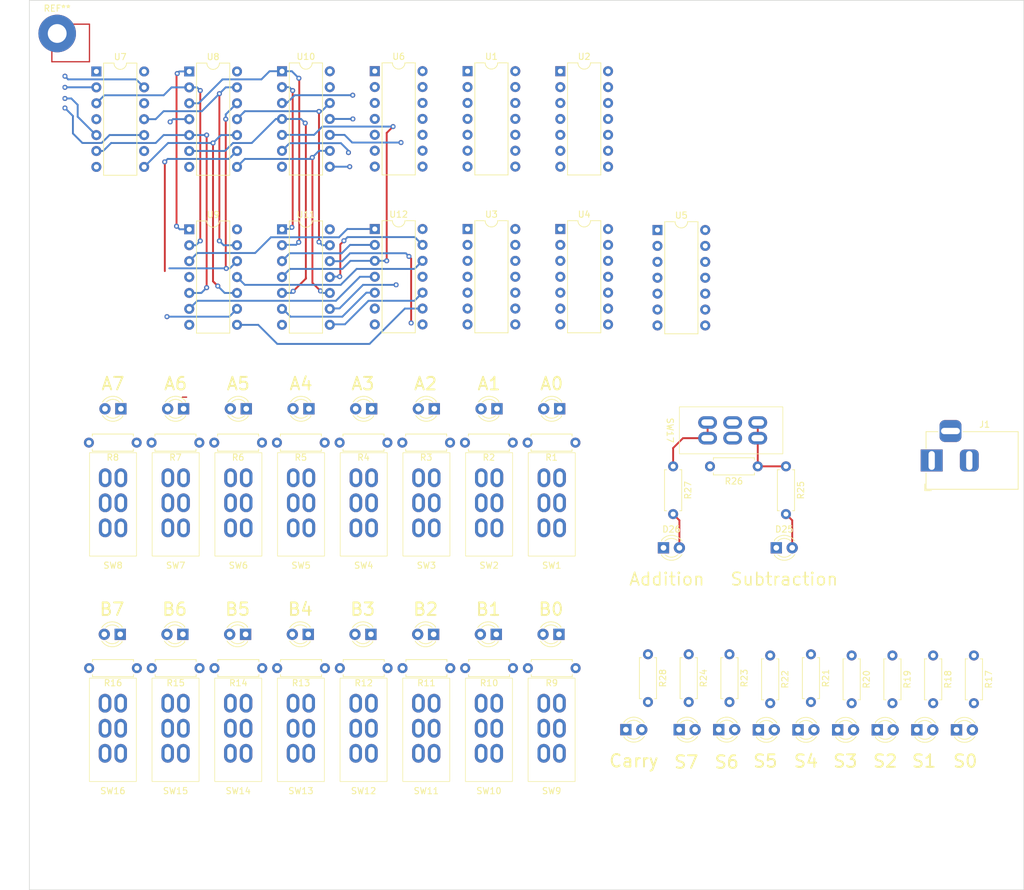
<source format=kicad_pcb>
(kicad_pcb (version 20240108) (generator "pcbnew") (generator_version "8.0")
  (layers (0 "F.Cu" signal) (31 "B.Cu" signal) (34 "B.Paste" user) (35 "F.Paste" user) (36 "B.SilkS" user "B.Silkscreen") (37 "F.SilkS" user "F.Silkscreen") (38 "B.Mask" user) (39 "F.Mask" user) (44 "Edge.Cuts" user))
  (net 0 "")
  (net 1 "GND")
  (net 2 "Net-(D1-A)")
  (net 3 "Net-(D2-A)")
  (net 4 "Net-(D3-A)")
  (net 5 "Net-(D4-A)")
  (net 6 "Net-(D5-A)")
  (net 7 "Net-(D6-A)")
  (net 8 "Net-(D7-A)")
  (net 9 "Net-(D8-A)")
  (net 10 "Net-(D9-A)")
  (net 11 "Net-(D10-A)")
  (net 12 "Net-(D11-A)")
  (net 13 "Net-(D12-A)")
  (net 14 "Net-(D13-A)")
  (net 15 "Net-(D14-A)")
  (net 16 "Net-(D15-A)")
  (net 17 "Net-(D16-A)")
  (net 18 "Net-(D17-A)")
  (net 19 "Net-(D18-A)")
  (net 20 "Net-(D19-A)")
  (net 21 "Net-(D20-A)")
  (net 22 "Net-(D21-A)")
  (net 23 "Net-(D22-A)")
  (net 24 "Net-(D23-A)")
  (net 25 "Net-(D24-A)")
  (net 26 "Net-(D25-A)")
  (net 27 "Net-(D26-A)")
  (net 28 "Net-(D27-A)")
  (net 29 "VCC")
  (net 30 "A0")
  (net 31 "A1")
  (net 32 "A2")
  (net 33 "A3")
  (net 34 "A4")
  (net 35 "A5")
  (net 36 "A6")
  (net 37 "A7")
  (net 38 "B0")
  (net 39 "B1")
  (net 40 "B2")
  (net 41 "B3")
  (net 42 "B4")
  (net 43 "B5")
  (net 44 "B6")
  (net 45 "B7")
  (net 46 "S0")
  (net 47 "S1")
  (net 48 "S2")
  (net 49 "S3")
  (net 50 "S4")
  (net 51 "S5")
  (net 52 "S6")
  (net 53 "S7")
  (net 54 "SL")
  (net 55 "Net-(SW17A-A)")
  (net 56 "Cout7")
  (net 57 "Net-(U1-Pad2)")
  (net 58 "Net-(U1-Pad3)")
  (net 59 "Net-(U1-Pad5)")
  (net 60 "Net-(U1-Pad6)")
  (net 61 "Net-(U1-Pad8)")
  (net 62 "Net-(U1-Pad10)")
  (net 63 "Net-(U1-Pad11)")
  (net 64 "Net-(U1-Pad13)")
  (net 65 "Cin1")
  (net 66 "Cin2")
  (net 67 "Cin3")
  (net 68 "Net-(U3-Pad3)")
  (net 69 "Net-(U3-Pad6)")
  (net 70 "Net-(U3-Pad8)")
  (net 71 "Net-(U3-Pad11)")
  (net 72 "Net-(U4-Pad3)")
  (net 73 "Net-(U4-Pad6)")
  (net 74 "Net-(U4-Pad8)")
  (net 75 "Net-(U4-Pad11)")
  (net 76 "Cin4")
  (net 77 "Net-(U7-Pad3)")
  (net 78 "Net-(U7-Pad6)")
  (net 79 "Net-(U7-Pad8)")
  (net 80 "Net-(U7-Pad11)")
  (net 81 "Net-(U10-Pad1)")
  (net 82 "Net-(U10-Pad4)")
  (net 83 "Net-(U10-Pad9)")
  (net 84 "Net-(U10-Pad12)")
  (net 85 "Net-(U12-Pad1)")
  (net 86 "Net-(U12-Pad4)")
  (net 87 "Net-(U12-Pad9)")
  (net 88 "Net-(U12-Pad12)")
  (net 89 "Cin5")
  (net 90 "Cin6")
  (net 91 "Cin7")
  (net 92 "Net-(U11-Pad3)")
  (net 93 "Net-(U11-Pad6)")
  (net 94 "Net-(U11-Pad8)")
  (net 95 "Net-(U11-Pad11)")
  (footprint "LED_THT:LED_D3.0mm" (layer "F.Cu") (at 80.895 75.45 180)
    (property "Reference" "A2")
    (property "Value" "ValueA" (hide yes))
  )
  (footprint "LED_THT:LED_D3.0mm" (layer "F.Cu") (at 117.46 97.64)
    (property "Reference" "D26")
    (property "Value" "Addition")
  )
  (footprint "Package_DIP:DIP-14_W7.62mm" (layer "F.Cu") (at 86.2 21.55)
    (property "Reference" "U1")
    (property "Value" "74LS86")
  )
  (footprint "ddpt:SWITCH_S20203" (layer "F.Cu") (at 99.611574 126.45)
    (property "Reference" "SW9")
    (property "Value" "SW_DPDT_x2" (hide yes))
  )
  (footprint "LED_THT:LED_D3.0mm" (layer "F.Cu") (at 90.895 75.45 180)
    (property "Reference" "A1")
    (property "Value" "ValueA" (hide yes))
  )
  (footprint "Package_DIP:DIP-14_W7.62mm" (layer "F.Cu") (at 56.6 21.568)
    (property "Reference" "U10")
    (property "Value" "74LS86")
  )
  (footprint "LED_THT:LED_D3.0mm" (layer "F.Cu") (at 90.785 111.45 180)
    (property "Reference" "B1")
    (property "Value" "ValueB" (hide yes))
  )
  (footprint "LED_THT:LED_D3.0mm" (layer "F.Cu") (at 80.785 111.45 180)
    (property "Reference" "B2")
    (property "Value" "ValueB" (hide yes))
  )
  (footprint "Resistor_THT:R_Axial_DIN0207_L6.3mm_D2.5mm_P7.62mm_Horizontal" (layer "F.Cu") (at 83.445 116.85 180)
    (property "Reference" "R11")
    (property "Value" "220" (hide yes))
  )
  (footprint "Resistor_THT:R_Axial_DIN0207_L6.3mm_D2.5mm_P7.62mm_Horizontal" (layer "F.Cu") (at 127.985 114.64 -90)
    (property "Reference" "R23")
    (property "Value" "220")
  )
  (footprint "LED_THT:LED_D3.0mm" (layer "F.Cu") (at 30.785 111.45 180)
    (property "Reference" "B7")
    (property "Value" "ValueB" (hide yes))
  )
  (footprint "Resistor_THT:R_Axial_DIN0207_L6.3mm_D2.5mm_P7.62mm_Horizontal" (layer "F.Cu") (at 43.445 116.85 180)
    (property "Reference" "R15")
    (property "Value" "220" (hide yes))
  )
  (footprint "LED_THT:LED_D3.0mm" (layer "F.Cu") (at 50.895 75.45 180)
    (property "Reference" "A5")
    (property "Value" "ValueA" (hide yes))
  )
  (footprint "LED_THT:LED_D3.0mm" (layer "F.Cu") (at 60.895 75.45 180)
    (property "Reference" "A4")
    (property "Value" "ValueA" (hide yes))
  )
  (footprint "LED_THT:LED_D3.0mm" (layer "F.Cu") (at 138.924284 126.7)
    (property "Reference" "S4")
    (property "Value" "Total")
  )
  (footprint "ddpt:SWITCH_S20203" (layer "F.Cu") (at 29.611574 126.45)
    (property "Reference" "SW16")
    (property "Value" "SW_DPDT_x2" (hide yes))
  )
  (footprint "LED_THT:LED_D3.0mm" (layer "F.Cu") (at 135.46 97.64)
    (property "Reference" "D25")
    (property "Value" "Subtraction")
  )
  (footprint "ddpt:SWITCH_S20203" (layer "F.Cu") (at 29.636574 90.46)
    (property "Reference" "SW8")
    (property "Value" "SW_DPDT_x2" (hide yes))
  )
  (footprint "Package_DIP:DIP-14_W7.62mm" (layer "F.Cu") (at 71.4 46.75)
    (property "Reference" "U12")
    (property "Value" "74LS32")
  )
  (footprint "Package_DIP:DIP-14_W7.62mm" (layer "F.Cu") (at 56.6 46.8)
    (property "Reference" "U11")
    (property "Value" "74LS08")
  )
  (footprint "ddpt:SWITCH_S20203" (layer "F.Cu") (at 79.611574 126.45)
    (property "Reference" "SW11")
    (property "Value" "SW_DPDT_x2" (hide yes))
  )
  (footprint "Resistor_THT:R_Axial_DIN0207_L6.3mm_D2.5mm_P7.62mm_Horizontal" (layer "F.Cu") (at 63.445 116.85 180)
    (property "Reference" "R13")
    (property "Value" "220" (hide yes))
  )
  (footprint "LED_THT:LED_D3.0mm" (layer "F.Cu") (at 151.56714 126.7)
    (property "Reference" "S2")
    (property "Value" "Total")
  )
  (footprint "Resistor_THT:R_Axial_DIN0207_L6.3mm_D2.5mm_P7.62mm_Horizontal" (layer "F.Cu") (at 147.485 114.83 -90)
    (property "Reference" "R20")
    (property "Value" "220")
  )
  (footprint "ddpt:SWITCH_S20203" (layer "F.Cu") (at 89.636574 90.46)
    (property "Reference" "SW2")
    (property "Value" "SW_DPDT_x2" (hide yes))
  )
  (footprint "ddpt:SWITCH_S20203" (layer "F.Cu") (at 79.636574 90.46)
    (property "Reference" "SW3")
    (property "Value" "SW_DPDT_x2" (hide yes))
  )
  (footprint "Resistor_THT:R_Axial_DIN0207_L6.3mm_D2.5mm_P7.62mm_Horizontal" (layer "F.Cu") (at 119 84.64 -90)
    (property "Reference" "R27")
    (property "Value" "220")
  )
  (footprint "ddpt:SWITCH_S20203" (layer "F.Cu") (at 89.611574 126.45)
    (property "Reference" "SW10")
    (property "Value" "SW_DPDT_x2" (hide yes))
  )
  (footprint "Resistor_THT:R_Axial_DIN0207_L6.3mm_D2.5mm_P7.62mm_Horizontal" (layer "F.Cu") (at 103.41 80.85 180)
    (property "Reference" "R1")
    (property "Value" "220" (hide yes))
  )
  (footprint "ddpt:SWITCH_S20203" (layer "F.Cu") (at 49.636574 90.46)
    (property "Reference" "SW6")
    (property "Value" "SW_DPDT_x2" (hide yes))
  )
  (footprint "ddpt:SWITCH_S20203" (layer "F.Cu") (at 49.611574 126.45)
    (property "Reference" "SW14")
    (property "Value" "SW_DPDT_x2" (hide yes))
  )
  (footprint "Package_DIP:DIP-14_W7.62mm" (layer "F.Cu") (at 71.4 21.55)
    (property "Reference" "U6")
    (property "Value" "74LS86")
  )
  (footprint "ddpt:SWITCH_S20203" (layer "F.Cu") (at 39.636574 90.46)
    (property "Reference" "SW7")
    (property "Value" "SW_DPDT_x2" (hide yes))
  )
  (footprint "LED_THT:LED_D3.0mm" (layer "F.Cu") (at 100.895 75.45 180)
    (property "Reference" "A0")
    (property "Value" "ValueA" (hide yes))
  )
  (footprint "Resistor_THT:R_Axial_DIN0207_L6.3mm_D2.5mm_P7.62mm_Horizontal" (layer "F.Cu") (at 83.41 80.85 180)
    (property "Reference" "R3")
    (property "Value" "220" (hide yes))
  )
  (footprint "Package_DIP:DIP-14_W7.62mm" (layer "F.Cu") (at 101 21.56)
    (property "Reference" "U2")
    (property "Value" "74LS86")
  )
  (footprint "LED_THT:LED_D3.0mm" (layer "F.Cu") (at 126.281428 126.67)
    (property "Reference" "S6")
    (property "Value" "Total")
  )
  (footprint "LED_THT:LED_D3.0mm" (layer "F.Cu") (at 111.46 126.67)
    (property "Reference" "Carry")
    (property "Value" "Carry")
  )
  (footprint "Resistor_THT:R_Axial_DIN0207_L6.3mm_D2.5mm_P7.62mm_Horizontal" (layer "F.Cu") (at 53.445 116.85 180)
    (property "Reference" "R14")
    (property "Value" "220" (hide yes))
  )
  (footprint "Resistor_THT:R_Axial_DIN0207_L6.3mm_D2.5mm_P7.62mm_Horizontal" (layer "F.Cu") (at 166.985 114.83 -90)
    (property "Reference" "R17")
    (property "Value" "220")
  )
  (footprint "LED_THT:LED_D3.0mm" (layer "F.Cu") (at 50.785 111.45 180)
    (property "Reference" "B5")
    (property "Value" "ValueB" (hide yes))
  )
  (footprint "Resistor_THT:R_Axial_DIN0207_L6.3mm_D2.5mm_P7.62mm_Horizontal" (layer "F.Cu") (at 137 84.64 -90)
    (property "Reference" "R25")
    (property "Value" "220")
  )
  (footprint "Package_DIP:DIP-14_W7.62mm" (layer "F.Cu") (at 26.98 21.6)
    (property "Reference" "U7")
    (property "Value" "74LS86")
  )
  (footprint "Package_DIP:DIP-14_W7.62mm" (layer "F.Cu") (at 101 46.75)
    (property "Reference" "U4")
    (property "Value" "74LS08")
  )
  (footprint "Resistor_THT:R_Axial_DIN0207_L6.3mm_D2.5mm_P7.62mm_Horizontal" (layer "F.Cu") (at 153.985 114.83 -90)
    (property "Reference" "R19")
    (property "Value" "220")
  )
  (footprint "ddpt:SWITCH_S20203" (layer "F.Cu") (at 69.636574 90.46)
    (property "Reference" "SW4")
    (property "Value" "SW_DPDT_x2" (hide yes))
  )
  (footprint "ddpt:SWITCH_S20203" (layer "F.Cu") (at 99.636574 90.46)
    (property "Reference" "SW1")
    (property "Value" "SW_DPDT_x2" (hide yes))
  )
  (footprint "Resistor_THT:R_Axial_DIN0207_L6.3mm_D2.5mm_P7.62mm_Horizontal" (layer "F.Cu") (at 53.41 80.85 180)
    (property "Reference" "R6")
    (property "Value" "220" (hide yes))
  )
  (footprint "Resistor_THT:R_Axial_DIN0207_L6.3mm_D2.5mm_P7.62mm_Horizontal" (layer "F.Cu") (at 132.5 84.64 180)
    (property "Reference" "R26")
    (property "Value" "10K")
  )
  (footprint "Package_DIP:DIP-14_W7.62mm" (layer "F.Cu") (at 116.5 46.91)
    (property "Reference" "U5")
    (property "Value" "74LS32")
  )
  (footprint "Resistor_THT:R_Axial_DIN0207_L6.3mm_D2.5mm_P7.62mm_Horizontal" (layer "F.Cu") (at 33.445 116.85 180)
    (property "Reference" "R16")
    (property "Value" "220" (hide yes))
  )
  (footprint "Package_DIP:DIP-14_W7.62mm" (layer "F.Cu") (at 86.2 46.75)
    (property "Reference" "U3")
    (property "Value" "74LS08")
  )
  (footprint "Resistor_THT:R_Axial_DIN0207_L6.3mm_D2.5mm_P7.62mm_Horizontal" (layer "F.Cu") (at 160.485 114.83 -90)
    (property "Reference" "R18")
    (property "Value" "220")
  )
  (footprint "ddpt:SWITCH_S20203" (layer "F.Cu") (at 59.636574 90.46)
    (property "Reference" "SW5")
    (property "Value" "SW_DPDT_x2" (hide yes))
  )
  (footprint "Package_DIP:DIP-14_W7.62mm" (layer "F.Cu") (at 41.8 21.6)
    (property "Reference" "U8")
    (property "Value" "74LS86")
  )
  (footprint "LED_THT:LED_D3.0mm" (layer "F.Cu") (at 100.785 111.45 180)
    (property "Reference" "B0")
    (property "Value" "ValueB" (hide yes))
  )
  (footprint "ddpt:SWITCH_S20203" (layer "F.Cu") (at 128.5 78.89 -90)
    (property "Reference" "SW17")
    (property "Value" "SW_DPDT_x2" (hide yes))
  )
  (footprint "Resistor_THT:R_Axial_DIN0207_L6.3mm_D2.5mm_P7.62mm_Horizontal" (layer "F.Cu") (at 93.445 116.85 180)
    (property "Reference" "R10")
    (property "Value" "220" (hide yes))
  )
  (footprint "LED_THT:LED_D3.0mm" (layer "F.Cu") (at 40.895 75.45 180)
    (property "Reference" "A6")
    (property "Value" "ValueA" (hide yes))
  )
  (footprint "LED_THT:LED_D3.0mm" (layer "F.Cu") (at 30.895 75.45 180)
    (property "Reference" "A7")
    (property "Value" "ValueA" (hide yes))
  )
  (footprint "Resistor_THT:R_Axial_DIN0207_L6.3mm_D2.5mm_P7.62mm_Horizontal" (layer "F.Cu") (at 73.445 116.85 180)
    (property "Reference" "R12")
    (property "Value" "220" (hide yes))
  )
  (footprint "Connector_BarrelJack:BarrelJack_Horizontal" (layer "F.Cu") (at 160.25 83.7 180)
    (property "Reference" "J1")
    (property "Value" "Barrel_Jack")
  )
  (footprint "Package_DIP:DIP-14_W7.62mm" (layer "F.Cu") (at 41.8 46.8)
    (property "Reference" "U9")
    (property "Value" "74LS08")
  )
  (footprint "LED_THT:LED_D3.0mm" (layer "F.Cu") (at 70.895 75.45 180)
    (property "Reference" "A3")
    (property "Value" "ValueA" (hide yes))
  )
  (footprint "ddpt:SWITCH_S20203" (layer "F.Cu") (at 69.611574 126.45)
    (property "Reference" "SW12")
    (property "Value" "SW_DPDT_x2" (hide yes))
  )
  (footprint "ddpt:SWITCH_S20203" (layer "F.Cu") (at 39.611574 126.45)
    (property "Reference" "SW15")
    (property "Value" "SW_DPDT_x2" (hide yes))
  )
  (footprint "LED_THT:LED_D3.0mm" (layer "F.Cu") (at 145.245712 126.7)
    (property "Reference" "S3")
    (property "Value" "Total")
  )
  (footprint "ddpt:SWITCH_S20203" (layer "F.Cu") (at 59.611574 126.45)
    (property "Reference" "SW13")
    (property "Value" "SW_DPDT_x2" (hide yes))
  )
  (footprint "Resistor_THT:R_Axial_DIN0207_L6.3mm_D2.5mm_P7.62mm_Horizontal" (layer "F.Cu") (at 63.41 80.85 180)
    (property "Reference" "R5")
    (property "Value" "220" (hide yes))
  )
  (footprint "Resistor_THT:R_Axial_DIN0207_L6.3mm_D2.5mm_P7.62mm_Horizontal" (layer "F.Cu") (at 114.985 114.64 -90)
    (property "Reference" "R28")
    (property "Value" "220")
  )
  (footprint "Resistor_THT:R_Axial_DIN0207_L6.3mm_D2.5mm_P7.62mm_Horizontal" (layer "F.Cu") (at 93.41 80.85 180)
    (property "Reference" "R2")
    (property "Value" "220" (hide yes))
  )
  (footprint "Resistor_THT:R_Axial_DIN0207_L6.3mm_D2.5mm_P7.62mm_Horizontal" (layer "F.Cu") (at 43.41 80.85 180)
    (property "Reference" "R7")
    (property "Value" "220" (hide yes))
  )
  (footprint "LED_THT:LED_D3.0mm" (layer "F.Cu") (at 164.21 126.7)
    (property "Reference" "S0")
    (property "Value" "Total")
  )
  (footprint "Resistor_THT:R_Axial_DIN0207_L6.3mm_D2.5mm_P7.62mm_Horizontal" (layer "F.Cu") (at 73.41 80.85 180)
    (property "Reference" "R4")
    (property "Value" "220" (hide yes))
  )
  (footprint "LED_THT:LED_D3.0mm" (layer "F.Cu") (at 132.602856 126.7)
    (property "Reference" "S5")
    (property "Value" "Total")
  )
  (footprint "LED_THT:LED_D3.0mm" (layer "F.Cu") (at 157.888568 126.7)
    (property "Reference" "S1")
    (property "Value" "Total")
  )
  (footprint "LED_THT:LED_D3.0mm" (layer "F.Cu") (at 70.785 111.45 180)
    (property "Reference" "B3")
    (property "Value" "ValueB" (hide yes))
  )
  (footprint "LED_THT:LED_D3.0mm" (layer "F.Cu") (at 119.96 126.67)
    (property "Reference" "S7")
    (property "Value" "Total")
  )
  (footprint "LED_THT:LED_D3.0mm" (layer "F.Cu") (at 40.785 111.45 180)
    (property "Reference" "B6")
    (property "Value" "ValueB" (hide yes))
  )
  (footprint "LED_THT:LED_D3.0mm" (layer "F.Cu") (at 60.785 111.45 180)
    (property "Reference" "B4")
    (property "Value" "ValueB" (hide yes))
  )
  (footprint "Resistor_THT:R_Axial_DIN0207_L6.3mm_D2.5mm_P7.62mm_Horizontal" (layer "F.Cu") (at 140.985 114.64 -90)
    (property "Reference" "R21")
    (property "Value" "220")
  )
  (footprint "MountingHole:MountingHole_3mm_Pad" (layer "F.Cu") (at 20.73 15.54)
    (property "Reference" "REF**")
    (property "Value" "MountingHole_3mm_Pad")
  )
  (footprint "Resistor_THT:R_Axial_DIN0207_L6.3mm_D2.5mm_P7.62mm_Horizontal" (layer "F.Cu") (at 121.485 114.64 -90)
    (property "Reference" "R24")
    (property "Value" "220")
  )
  (footprint "Resistor_THT:R_Axial_DIN0207_L6.3mm_D2.5mm_P7.62mm_Horizontal" (layer "F.Cu") (at 134.485 114.83 -90)
    (property "Reference" "R22")
    (property "Value" "220")
  )
  (footprint "Resistor_THT:R_Axial_DIN0207_L6.3mm_D2.5mm_P7.62mm_Horizontal" (layer "F.Cu") (at 33.41 80.85 180)
    (property "Reference" "R8")
    (property "Value" "220" (hide yes))
  )
  (footprint "Resistor_THT:R_Axial_DIN0207_L6.3mm_D2.5mm_P7.62mm_Horizontal" (layer "F.Cu") (at 103.445 116.85 180)
    (property "Reference" "R9")
    (property "Value" "220" (hide yes))
  )
  (gr_line (start 40.7 73.59) (end 41.38 73.59) (stroke (width 0.2)) (layer "F.Cu"))
  (gr_line (start 19.88 14.05) (end 19.88 20.05) (stroke (width 0.2)) (layer "F.Cu"))
  (gr_line (start 25.88 14.05) (end 19.88 14.05) (stroke (width 0.2)) (layer "F.Cu"))
  (gr_line (start 25.88 20.05) (end 25.88 14.05) (stroke (width 0.2)) (layer "F.Cu"))
  (gr_line (start 19.88 20.05) (end 25.88 20.05) (stroke (width 0.2)) (layer "F.Cu"))
  (gr_rect (start 16.293868 10.243868) (end 174.948 152.25) (stroke (width 0.1)) (fill none) (layer "Edge.Cuts"))
  (segment (start 138 93.26) (end 137 92.26) (width 0.3) (layer "F.Cu") (net 26))
  (segment (start 138 97.64) (end 138 93.26) (width 0.3) (layer "F.Cu") (net 26))
  (segment (start 120 93.26) (end 119 92.26) (width 0.3) (layer "F.Cu") (net 27))
  (segment (start 120 97.64) (end 120 93.26) (width 0.3) (layer "F.Cu") (net 27))
  (segment (start 39.77 46.302) (end 39.77 22.042) (width 0.3) (layer "F.Cu") (net 34))
  (segment (start 39.77 22.042) (end 39.881 21.931) (width 0.3) (layer "F.Cu") (net 34))
  (via (at 39.77 46.302) (size 0.8) (drill 0.4) (layers "F.Cu" "B.Cu") (net 34))
  (via (at 39.881 21.931) (size 0.8) (drill 0.4) (layers "F.Cu" "B.Cu") (net 34))
  (segment (start 40.268 46.8) (end 41.8 46.8) (width 0.3) (layer "B.Cu") (net 34))
  (segment (start 39.881 21.931) (end 40.217 21.595) (width 0.3) (layer "B.Cu") (net 34))
  (segment (start 39.77 46.302) (end 40.268 46.8) (width 0.3) (layer "B.Cu") (net 34))
  (segment (start 40.217 21.595) (end 41.78 21.595) (width 0.3) (layer "B.Cu") (net 34))
  (via (at 38.754 29.65) (size 0.8) (drill 0.4) (layers "F.Cu" "B.Cu") (net 35))
  (segment (start 38.754 29.65) (end 39.189 29.215) (width 0.3) (layer "B.Cu") (net 35))
  (segment (start 39.189 29.215) (end 41.78 29.215) (width 0.3) (layer "B.Cu") (net 35))
  (segment (start 37.9 36.05) (end 37.9 53.468339) (width 0.3) (layer "F.Cu") (net 36))
  (segment (start 37.8845 36.0345) (end 37.9 36.05) (width 0.3) (layer "F.Cu") (net 36))
  (via (at 37.8845 36.0345) (size 0.8) (drill 0.4) (layers "F.Cu" "B.Cu") (net 36))
  (via (at 38.246 60.744) (size 0.8) (drill 0.4) (layers "F.Cu" "B.Cu") (net 36))
  (segment (start 38.354 35.565) (end 48.13 35.565) (width 0.3) (layer "B.Cu") (net 36))
  (segment (start 48.13 35.565) (end 49.4 34.295) (width 0.3) (layer "B.Cu") (net 36))
  (segment (start 48.176 60.744) (end 49.42 59.5) (width 0.3) (layer "B.Cu") (net 36))
  (segment (start 37.8845 36.0345) (end 38.354 35.565) (width 0.3) (layer "B.Cu") (net 36))
  (segment (start 38.246 60.744) (end 48.176 60.744) (width 0.3) (layer "B.Cu") (net 36))
  (segment (start 47.622 52.972) (end 47.7 53.05) (width 0.3) (layer "F.Cu") (net 37))
  (segment (start 47.622 29.215) (end 47.622 52.972) (width 0.3) (layer "F.Cu") (net 37))
  (via (at 47.7 53.05) (size 0.8) (drill 0.4) (layers "F.Cu" "B.Cu") (net 37))
  (via (at 47.622 29.215) (size 0.8) (drill 0.4) (layers "F.Cu" "B.Cu") (net 37))
  (segment (start 47.622 28.453) (end 49.4 26.675) (width 0.3) (layer "B.Cu") (net 37))
  (segment (start 47.72 53.03) (end 47.7 53.05) (width 0.3) (layer "B.Cu") (net 37))
  (segment (start 47.622 29.215) (end 47.622 28.453) (width 0.3) (layer "B.Cu") (net 37))
  (segment (start 48.27 53.03) (end 47.72 53.03) (width 0.3) (layer "B.Cu") (net 37))
  (segment (start 47.68 53.03) (end 47.7 53.05) (width 0.3) (layer "B.Cu") (net 37))
  (segment (start 49.42 51.88) (end 48.27 53.03) (width 0.3) (layer "B.Cu") (net 37))
  (segment (start 38.624 53.03) (end 47.68 53.03) (width 0.3) (layer "B.Cu") (net 37))
  (segment (start 78.948 32.069662) (end 78.601338 31.723) (width 0.3) (layer "B.Cu") (net 40))
  (via (at 21.968 24.135) (size 0.8) (drill 0.4) (layers "F.Cu" "B.Cu") (net 42))
  (segment (start 21.968 24.135) (end 21.973 24.13) (width 0.3) (layer "B.Cu") (net 42))
  (segment (start 21.973 24.13) (end 26.924 24.13) (width 0.3) (layer "B.Cu") (net 42))
  (via (at 21.968 25.913) (size 0.8) (drill 0.4) (layers "F.Cu" "B.Cu") (net 43))
  (segment (start 21.968 25.913) (end 22.984 25.913) (width 0.3) (layer "B.Cu") (net 43))
  (segment (start 24 28.826) (end 26.924 31.75) (width 0.3) (layer "B.Cu") (net 43))
  (segment (start 22.984 25.913) (end 24 26.929) (width 0.3) (layer "B.Cu") (net 43))
  (segment (start 24 26.929) (end 24 28.826) (width 0.3) (layer "B.Cu") (net 43))
  (via (at 21.968 27.437) (size 0.8) (drill 0.4) (layers "F.Cu" "B.Cu") (net 44))
  (segment (start 27.815 33.02) (end 29.085 31.75) (width 0.3) (layer "B.Cu") (net 44))
  (segment (start 24.757 33.02) (end 27.815 33.02) (width 0.3) (layer "B.Cu") (net 44))
  (segment (start 23.238 28.707) (end 23.238 31.501) (width 0.3) (layer "B.Cu") (net 44))
  (segment (start 21.968 27.437) (end 23.238 28.707) (width 0.3) (layer "B.Cu") (net 44))
  (segment (start 23.238 31.501) (end 24.757 33.02) (width 0.3) (layer "B.Cu") (net 44))
  (segment (start 29.085 31.75) (end 34.544 31.75) (width 0.3) (layer "B.Cu") (net 44))
  (via (at 21.968 22.357) (size 0.8) (drill 0.4) (layers "F.Cu" "B.Cu") (net 45))
  (segment (start 21.968 22.357) (end 22.476 22.865) (width 0.3) (layer "B.Cu") (net 45))
  (segment (start 33.325 22.865) (end 34.6 24.14) (width 0.3) (layer "B.Cu") (net 45))
  (segment (start 22.476 22.865) (end 33.325 22.865) (width 0.3) (layer "B.Cu") (net 45))
  (via (at 67.88 25.39) (size 0.8) (drill 0.4) (layers "F.Cu" "B.Cu") (net 50))
  (segment (start 67.88 25.39) (end 58.620661 25.39) (width 0.3) (layer "B.Cu") (net 50))
  (segment (start 58.620661 25.39) (end 57.362661 26.648) (width 0.3) (layer "B.Cu") (net 50))
  (segment (start 57.362661 26.648) (end 56.6 26.648) (width 0.3) (layer "B.Cu") (net 50))
  (via (at 67.2 34.55) (size 0.8) (drill 0.4) (layers "F.Cu" "B.Cu") (net 51))
  (segment (start 67.2 34.25) (end 66 33.05) (width 0.3) (layer "B.Cu") (net 51))
  (segment (start 67.2 34.55) (end 67.2 34.25) (width 0.3) (layer "B.Cu") (net 51))
  (segment (start 66 33.05) (end 57.818 33.05) (width 0.3) (layer "B.Cu") (net 51))
  (segment (start 57.818 33.05) (end 56.6 34.268) (width 0.3) (layer "B.Cu") (net 51))
  (via (at 67.4 36.803) (size 0.8) (drill 0.4) (layers "F.Cu" "B.Cu") (net 52))
  (segment (start 67.4 36.803) (end 64.225 36.803) (width 0.3) (layer "B.Cu") (net 52))
  (segment (start 64.225 36.803) (end 64.22 36.808) (width 0.3) (layer "B.Cu") (net 52))
  (via (at 67.9 29.183) (size 0.8) (drill 0.4) (layers "F.Cu" "B.Cu") (net 53))
  (segment (start 64.225 29.183) (end 64.22 29.188) (width 0.3) (layer "B.Cu") (net 53))
  (segment (start 67.9 29.183) (end 64.225 29.183) (width 0.3) (layer "B.Cu") (net 53))
  (segment (start 137 84.64) (end 132.5 84.64) (width 0.3) (layer "F.Cu") (net 54))
  (segment (start 132.5 84.64) (end 132.5 77.64) (width 0.3) (layer "F.Cu") (net 54))
  (segment (start 119 81.712) (end 119 84.64) (width 0.3) (layer "F.Cu") (net 55))
  (segment (start 120.572 80.14) (end 119 81.712) (width 0.3) (layer "F.Cu") (net 55))
  (segment (start 124.5 80.14) (end 120.572 80.14) (width 0.3) (layer "F.Cu") (net 55))
  (segment (start 124.5 80.14) (end 124.5 77.64) (width 0.3) (layer "F.Cu") (net 55))
  (segment (start 58.3 46.353) (end 58.171 46.482) (width 0.3) (layer "F.Cu") (net 76))
  (segment (start 58.3 24.65) (end 58.3 46.353) (width 0.3) (layer "F.Cu") (net 76))
  (via (at 58.171 46.482) (size 0.8) (drill 0.4) (layers "F.Cu" "B.Cu") (net 76))
  (via (at 58.3 24.65) (size 0.8) (drill 0.4) (layers "F.Cu" "B.Cu") (net 76))
  (segment (start 58.3 24.65) (end 57.758 24.108) (width 0.3) (layer "B.Cu") (net 76))
  (segment (start 56.652 46.736) (end 56.647 46.731) (width 0.3) (layer "B.Cu") (net 76))
  (segment (start 58.171 46.482) (end 57.917 46.736) (width 0.3) (layer "B.Cu") (net 76))
  (segment (start 57.917 46.736) (end 56.652 46.736) (width 0.3) (layer "B.Cu") (net 76))
  (segment (start 57.758 24.108) (end 56.6 24.108) (width 0.3) (layer "B.Cu") (net 76))
  (segment (start 43.558 48.65) (end 43.558 24.643) (width 0.3) (layer "F.Cu") (net 77))
  (via (at 43.558 24.643) (size 0.8) (drill 0.4) (layers "F.Cu" "B.Cu") (net 77))
  (via (at 43.558 48.65) (size 0.8) (drill 0.4) (layers "F.Cu" "B.Cu") (net 77))
  (segment (start 41.8 24.14) (end 38.981 24.14) (width 0.3) (layer "B.Cu") (net 77))
  (segment (start 41.8 24.14) (end 43.055 24.14) (width 0.3) (layer "B.Cu") (net 77))
  (segment (start 43.558 48.65) (end 42.868 49.34) (width 0.3) (layer "B.Cu") (net 77))
  (segment (start 37.716 25.405) (end 28.255 25.405) (width 0.3) (layer "B.Cu") (net 77))
  (segment (start 28.255 25.405) (end 26.98 26.68) (width 0.3) (layer "B.Cu") (net 77))
  (segment (start 42.868 49.34) (end 41.8 49.34) (width 0.3) (layer "B.Cu") (net 77))
  (segment (start 43.055 24.14) (end 43.558 24.643) (width 0.3) (layer "B.Cu") (net 77))
  (segment (start 38.981 24.14) (end 37.716 25.405) (width 0.3) (layer "B.Cu") (net 77))
  (segment (start 44.574 56.112) (end 44.574 31.755) (width 0.3) (layer "F.Cu") (net 78))
  (via (at 44.574 56.112) (size 0.8) (drill 0.4) (layers "F.Cu" "B.Cu") (net 78))
  (via (at 44.574 31.755) (size 0.8) (drill 0.4) (layers "F.Cu" "B.Cu") (net 78))
  (segment (start 36.446 33.025) (end 37.716 31.755) (width 0.3) (layer "B.Cu") (net 78))
  (segment (start 26.924 34.29) (end 28.069 34.29) (width 0.3) (layer "B.Cu") (net 78))
  (segment (start 29.334 33.025) (end 36.446 33.025) (width 0.3) (layer "B.Cu") (net 78))
  (segment (start 43.726 56.96) (end 41.8 56.96) (width 0.3) (layer "B.Cu") (net 78))
  (segment (start 44.574 56.112) (end 43.726 56.96) (width 0.3) (layer "B.Cu") (net 78))
  (segment (start 28.069 34.29) (end 29.334 33.025) (width 0.3) (layer "B.Cu") (net 78))
  (segment (start 37.716 31.755) (end 44.574 31.755) (width 0.3) (layer "B.Cu") (net 78))
  (segment (start 46.047 55.553) (end 45.59 55.096) (width 0.3) (layer "F.Cu") (net 79))
  (segment (start 45.59 55.096) (end 45.59 33.025) (width 0.3) (layer "F.Cu") (net 79))
  (segment (start 46.352 55.858) (end 45.59 55.096) (width 0.3) (layer "F.Cu") (net 79))
  (via (at 45.59 33.025) (size 0.8) (drill 0.4) (layers "F.Cu" "B.Cu") (net 79))
  (via (at 46.352 55.858) (size 0.8) (drill 0.4) (layers "F.Cu" "B.Cu") (net 79))
  (segment (start 46.86 31.755) (end 49.4 31.755) (width 0.3) (layer "B.Cu") (net 79))
  (segment (start 45.59 33.025) (end 38.415 33.025) (width 0.3) (layer "B.Cu") (net 79))
  (segment (start 45.59 33.025) (end 46.86 31.755) (width 0.3) (layer "B.Cu") (net 79))
  (segment (start 49.42 56.64) (end 49.4 56.62) (width 0.3) (layer "B.Cu") (net 79))
  (segment (start 47.454 56.96) (end 49.42 56.96) (width 0.3) (layer "B.Cu") (net 79))
  (segment (start 38.415 33.025) (end 34.6 36.84) (width 0.3) (layer "B.Cu") (net 79))
  (segment (start 46.352 55.858) (end 47.454 56.96) (width 0.3) (layer "B.Cu") (net 79))
  (segment (start 46.606 48.65) (end 46.606 25.151) (width 0.3) (layer "F.Cu") (net 80))
  (via (at 46.606 25.151) (size 0.8) (drill 0.4) (layers "F.Cu" "B.Cu") (net 80))
  (via (at 46.606 48.65) (size 0.8) (drill 0.4) (layers "F.Cu" "B.Cu") (net 80))
  (segment (start 37.716 27.945) (end 36.441 29.22) (width 0.3) (layer "B.Cu") (net 80))
  (segment (start 43.812 27.945) (end 37.716 27.945) (width 0.3) (layer "B.Cu") (net 80))
  (segment (start 47.296 49.34) (end 49.42 49.34) (width 0.3) (layer "B.Cu") (net 80))
  (segment (start 47.622 24.135) (end 49.4 24.135) (width 0.3) (layer "B.Cu") (net 80))
  (segment (start 46.606 48.65) (end 47.296 49.34) (width 0.3) (layer "B.Cu") (net 80))
  (segment (start 36.441 29.22) (end 34.6 29.22) (width 0.3) (layer "B.Cu") (net 80))
  (segment (start 46.606 25.151) (end 43.812 27.945) (width 0.3) (layer "B.Cu") (net 80))
  (segment (start 46.606 25.151) (end 47.622 24.135) (width 0.3) (layer "B.Cu") (net 80))
  (segment (start 59.35 22.75) (end 59.2875 22.6875) (width 0.3) (layer "F.Cu") (net 81))
  (segment (start 59.2671 48.8609) (end 59.35 48.778) (width 0.3) (layer "F.Cu") (net 81))
  (segment (start 59.35 48.778) (end 59.35 22.75) (width 0.3) (layer "F.Cu") (net 81))
  (via (at 59.2875 22.6875) (size 0.8) (drill 0.4) (layers "F.Cu" "B.Cu") (net 81))
  (via (at 59.2671 48.8609) (size 0.8) (drill 0.4) (layers "F.Cu" "B.Cu") (net 81))
  (segment (start 59.2875 22.6875) (end 58.163 21.563) (width 0.3) (layer "B.Cu") (net 81))
  (segment (start 47.114 22.865) (end 46.987 22.992) (width 0.3) (layer "B.Cu") (net 81))
  (segment (start 58.163 21.563) (end 54.617 21.563) (width 0.3) (layer "B.Cu") (net 81))
  (segment (start 53.315 22.865) (end 47.114 22.865) (width 0.3) (layer "B.Cu") (net 81))
  (segment (start 43.299 26.68) (end 41.8 26.68) (width 0.3) (layer "B.Cu") (net 81))
  (segment (start 47.114 22.865) (end 43.299 26.68) (width 0.3) (layer "B.Cu") (net 81))
  (segment (start 54.617 21.563) (end 53.315 22.865) (width 0.3) (layer "B.Cu") (net 81))
  (segment (start 59.2671 48.8609) (end 58.857 49.271) (width 0.3) (layer "B.Cu") (net 81))
  (segment (start 58.857 49.271) (end 56.647 49.271) (width 0.3) (layer "B.Cu") (net 81))
  (segment (start 60.4 54.667) (end 60.4 54.45) (width 0.3) (layer "F.Cu") (net 82))
  (segment (start 60.3 29.85) (end 60.4 29.95) (width 0.3) (layer "F.Cu") (net 82))
  (segment (start 58.3805 56.6865) (end 60.4 54.667) (width 0.3) (layer "F.Cu") (net 82))
  (segment (start 60.4 29.95) (end 60.4 54.65) (width 0.3) (layer "F.Cu") (net 82))
  (segment (start 60.4 54.65) (end 60.4085 54.6585) (width 0.3) (layer "F.Cu") (net 82))
  (via (at 60.3 29.85) (size 0.8) (drill 0.4) (layers "F.Cu" "B.Cu") (net 82))
  (via (at 58.3805 56.6865) (size 0.8) (drill 0.4) (layers "F.Cu" "B.Cu") (net 82))
  (segment (start 59.638 29.188) (end 56.6 29.188) (width 0.3) (layer "B.Cu") (net 82))
  (segment (start 51.775 33.025) (end 48.775 33.025) (width 0.3) (layer "B.Cu") (net 82))
  (segment (start 56.6 29.188) (end 55.612 29.188) (width 0.3) (layer "B.Cu") (net 82))
  (segment (start 60.3 29.85) (end 59.638 29.188) (width 0.3) (layer "B.Cu") (net 82))
  (segment (start 55.612 29.188) (end 51.775 33.025) (width 0.3) (layer "B.Cu") (net 82))
  (segment (start 58.3805 56.6865) (end 58.107 56.96) (width 0.3) (layer "B.Cu") (net 82))
  (segment (start 48.775 33.025) (end 47.505 34.295) (width 0.3) (layer "B.Cu") (net 82))
  (segment (start 47.505 34.295) (end 41.78 34.295) (width 0.3) (layer "B.Cu") (net 82))
  (segment (start 58.107 56.96) (end 56.6 56.96) (width 0.3) (layer "B.Cu") (net 82))
  (segment (start 61.45 35.372) (end 61.45 55.349) (width 0.3) (layer "F.Cu") (net 83))
  (segment (start 61.422 35.344) (end 61.45 35.372) (width 0.3) (layer "F.Cu") (net 83))
  (segment (start 61.45 55.349) (end 62.7365 56.6355) (width 0.3) (layer "F.Cu") (net 83))
  (via (at 62.7365 56.6355) (size 0.8) (drill 0.4) (layers "F.Cu" "B.Cu") (net 83))
  (via (at 61.422 35.344) (size 0.8) (drill 0.4) (layers "F.Cu" "B.Cu") (net 83))
  (segment (start 63.061 56.96) (end 64.198 56.96) (width 0.3) (layer "B.Cu") (net 83))
  (segment (start 61.422 35.344) (end 61.201 35.565) (width 0.3) (layer "B.Cu") (net 83))
  (segment (start 61.422 35.344) (end 62.498 34.268) (width 0.3) (layer "B.Cu") (net 83))
  (segment (start 50.67 35.565) (end 49.4 36.835) (width 0.3) (layer "B.Cu") (net 83))
  (segment (start 62.7365 56.6355) (end 63.061 56.96) (width 0.3) (layer "B.Cu") (net 83))
  (segment (start 62.498 34.268) (end 64.22 34.268) (width 0.3) (layer "B.Cu") (net 83))
  (segment (start 61.201 35.565) (end 50.67 35.565) (width 0.3) (layer "B.Cu") (net 83))
  (segment (start 62.5 27.978) (end 62.5 48.8194) (width 0.3) (layer "F.Cu") (net 84))
  (via (at 62.5 27.978) (size 0.8) (drill 0.4) (layers "F.Cu" "B.Cu") (net 84))
  (via (at 62.5 48.8194) (size 0.8) (drill 0.4) (layers "F.Cu" "B.Cu") (net 84))
  (segment (start 62.5 48.8194) (end 63.0206 49.34) (width 0.3) (layer "B.Cu") (net 84))
  (segment (start 64.22 26.648) (end 62.923 27.945) (width 0.3) (layer "B.Cu") (net 84))
  (segment (start 63.0206 49.34) (end 64.22 49.34) (width 0.3) (layer "B.Cu") (net 84))
  (segment (start 62.923 27.945) (end 50.67 27.945) (width 0.3) (layer "B.Cu") (net 84))
  (segment (start 50.416 28.199) (end 50.67 27.945) (width 0.3) (layer "B.Cu") (net 84))
  (segment (start 49.4 29.215) (end 50.67 27.945) (width 0.3) (layer "B.Cu") (net 84))
  (segment (start 52.3098 50.584) (end 54.8244 48.0694) (width 0.3) (layer "B.Cu") (net 85))
  (segment (start 54.8244 48.0694) (end 65.6886 48.0694) (width 0.3) (layer "B.Cu") (net 85))
  (segment (start 67.008 46.75) (end 71.4 46.75) (width 0.3) (layer "B.Cu") (net 85))
  (segment (start 43.096 50.584) (end 52.3098 50.584) (width 0.3) (layer "B.Cu") (net 85))
  (segment (start 41.8 51.88) (end 43.096 50.584) (width 0.3) (layer "B.Cu") (net 85))
  (segment (start 65.6886 48.0694) (end 67.008 46.75) (width 0.3) (layer "B.Cu") (net 85))
  (segment (start 69.04 54.37) (end 71.4 54.37) (width 0.3) (layer "B.Cu") (net 86))
  (segment (start 43.096 58.204) (end 65.206 58.204) (width 0.3) (layer "B.Cu") (net 86))
  (segment (start 41.8 59.5) (end 43.096 58.204) (width 0.3) (layer "B.Cu") (net 86))
  (segment (start 65.206 58.204) (end 69.04 54.37) (width 0.3) (layer "B.Cu") (net 86))
  (segment (start 55.846 65.098) (end 70.552 65.098) (width 0.3) (layer "B.Cu") (net 87))
  (segment (start 70.552 65.098) (end 76.2 59.45) (width 0.3) (layer "B.Cu") (net 87))
  (segment (start 76.2 59.45) (end 79.02 59.45) (width 0.3) (layer "B.Cu") (net 87))
  (segment (start 78.948 58.808) (end 78.306 59.45) (width 0.3) (layer "B.Cu") (net 87))
  (segment (start 49.43 62.05) (end 52.798 62.05) (width 0.3) (layer "B.Cu") (net 87))
  (segment (start 52.798 62.05) (end 55.846 65.098) (width 0.3) (layer "B.Cu") (net 87))
  (segment (start 49.42 62.04) (end 49.43 62.05) (width 0.3) (layer "B.Cu") (net 87))
  (segment (start 49.42 54.42) (end 50.664 55.664) (width 0.3) (layer "B.Cu") (net 88))
  (segment (start 68.508 53.124) (end 77.726 53.124) (width 0.3) (layer "B.Cu") (net 88))
  (segment (start 50.664 55.664) (end 65.968 55.664) (width 0.3) (layer "B.Cu") (net 88))
  (segment (start 77.726 53.124) (end 79.02 51.83) (width 0.3) (layer "B.Cu") (net 88))
  (segment (start 65.968 55.664) (end 68.508 53.124) (width 0.3) (layer "B.Cu") (net 88))
  (segment (start 74.314 30.4) (end 73.3 31.414) (width 0.3) (layer "F.Cu") (net 89))
  (segment (start 73.3 31.414) (end 73.3 51.828) (width 0.3) (layer "F.Cu") (net 89))
  (segment (start 73.3 51.828) (end 73.298 51.83) (width 0.3) (layer "F.Cu") (net 89))
  (via (at 73.298 51.83) (size 0.8) (drill 0.4) (layers "F.Cu" "B.Cu") (net 89))
  (via (at 74.314 30.4) (size 0.8) (drill 0.4) (layers "F.Cu" "B.Cu") (net 89))
  (segment (start 71.4 51.83) (end 67.516 51.83) (width 0.3) (layer "B.Cu") (net 89))
  (segment (start 63.038 30.4) (end 61.715 31.723) (width 0.3) (layer "B.Cu") (net 89))
  (segment (start 67.516 51.83) (end 66.222 53.124) (width 0.3) (layer "B.Cu") (net 89))
  (segment (start 61.715 31.723) (end 56.605 31.723) (width 0.3) (layer "B.Cu") (net 89))
  (segment (start 73.298 51.83) (end 71.4 51.83) (width 0.3) (layer "B.Cu") (net 89))
  (segment (start 66.222 53.124) (end 57.874 53.124) (width 0.3) (layer "B.Cu") (net 89))
  (segment (start 74.314 30.4) (end 63.038 30.4) (width 0.3) (layer "B.Cu") (net 89))
  (segment (start 56.605 31.723) (end 56.6 31.728) (width 0.3) (layer "B.Cu") (net 89))
  (segment (start 57.874 53.124) (end 56.647 54.351) (width 0.3) (layer "B.Cu") (net 89))
  (via (at 75.584 32.95) (size 0.8) (drill 0.4) (layers "F.Cu" "B.Cu") (net 90))
  (via (at 74.8 55.664) (size 0.8) (drill 0.4) (layers "F.Cu" "B.Cu") (net 90))
  (segment (start 64.225 31.723) (end 64.22 31.728) (width 0.3) (layer "B.Cu") (net 90))
  (segment (start 69.532 55.664) (end 65.765 59.431) (width 0.3) (layer "B.Cu") (net 90))
  (segment (start 66.578 31.728) (end 64.22 31.728) (width 0.3) (layer "B.Cu") (net 90))
  (segment (start 74.8 55.664) (end 69.532 55.664) (width 0.3) (layer "B.Cu") (net 90))
  (segment (start 67.8 32.95) (end 66.578 31.728) (width 0.3) (layer "B.Cu") (net 90))
  (segment (start 75.584 32.95) (end 67.8 32.95) (width 0.3) (layer "B.Cu") (net 90))
  (segment (start 65.765 59.431) (end 64.267 59.431) (width 0.3) (layer "B.Cu") (net 90))
  (segment (start 77.2 51.474) (end 77.2 61.75) (width 0.3) (layer "F.Cu") (net 91))
  (segment (start 76.854 51.128) (end 77.2 51.474) (width 0.3) (layer "F.Cu") (net 91))
  (via (at 76.854 51.128) (size 0.8) (drill 0.4) (layers "F.Cu" "B.Cu") (net 91))
  (via (at 77.2 61.75) (size 0.8) (drill 0.4) (layers "F.Cu" "B.Cu") (net 91))
  (segment (start 76.854 51.128) (end 76.346 50.62) (width 0.3) (layer "B.Cu") (net 91))
  (segment (start 64.23 51.89) (end 64.22 51.88) (width 0.3) (layer "B.Cu") (net 91))
  (segment (start 66.186 51.89) (end 64.23 51.89) (width 0.3) (layer "B.Cu") (net 91))
  (segment (start 76.346 50.62) (end 67.456 50.62) (width 0.3) (layer "B.Cu") (net 91))
  (segment (start 64.225 24.103) (end 64.22 24.108) (width 0.3) (layer "B.Cu") (net 91))
  (segment (start 67.456 50.62) (end 66.186 51.89) (width 0.3) (layer "B.Cu") (net 91))
  (segment (start 56.647 51.811) (end 57.838 50.62) (width 0.3) (layer "B.Cu") (net 92))
  (segment (start 71.4 49.29) (end 67.456 49.29) (width 0.3) (layer "B.Cu") (net 92))
  (segment (start 66.126 50.62) (end 67.456 49.29) (width 0.3) (layer "B.Cu") (net 92))
  (segment (start 57.838 50.62) (end 66.126 50.62) (width 0.3) (layer "B.Cu") (net 92))
  (segment (start 66.222 60.744) (end 70.056 56.91) (width 0.3) (layer "B.Cu") (net 93))
  (segment (start 56.647 59.431) (end 57.96 60.744) (width 0.3) (layer "B.Cu") (net 93))
  (segment (start 57.96 60.744) (end 66.222 60.744) (width 0.3) (layer "B.Cu") (net 93))
  (segment (start 70.056 56.91) (end 71.4 56.91) (width 0.3) (layer "B.Cu") (net 93))
  (segment (start 64.267 61.971) (end 66.626 61.971) (width 0.3) (layer "B.Cu") (net 94))
  (segment (start 66.626 61.971) (end 70.393 58.204) (width 0.3) (layer "B.Cu") (net 94))
  (segment (start 77.726 58.204) (end 79.02 56.91) (width 0.3) (layer "B.Cu") (net 94))
  (segment (start 70.393 58.204) (end 77.726 58.204) (width 0.3) (layer "B.Cu") (net 94))
  (segment (start 66.476 48.624) (end 65.9 49.2) (width 0.3) (layer "F.Cu") (net 95))
  (segment (start 65.9 54.251) (end 65.8 54.351) (width 0.3) (layer "F.Cu") (net 95))
  (segment (start 65.9 49.2) (end 65.9 54.251) (width 0.3) (layer "F.Cu") (net 95))
  (via (at 65.8 54.351) (size 0.8) (drill 0.4) (layers "F.Cu" "B.Cu") (net 95))
  (via (at 66.476 48.624) (size 0.8) (drill 0.4) (layers "F.Cu" "B.Cu") (net 95))
  (segment (start 65.8 54.351) (end 64.267 54.351) (width 0.3) (layer "B.Cu") (net 95))
  (segment (start 67.056 48.044) (end 77.774 48.044) (width 0.3) (layer "B.Cu") (net 95))
  (segment (start 77.774 48.044) (end 79.02 49.29) (width 0.3) (layer "B.Cu") (net 95))
  (segment (start 66.476 48.624) (end 67.056 48.044) (width 0.3) (layer "B.Cu") (net 95))
)
</source>
